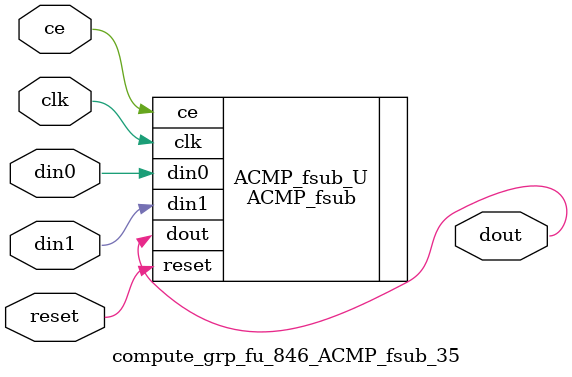
<source format=v>

`timescale 1 ns / 1 ps
module compute_grp_fu_846_ACMP_fsub_35(
    clk,
    reset,
    ce,
    din0,
    din1,
    dout);

parameter ID = 32'd1;
parameter NUM_STAGE = 32'd1;
parameter din0_WIDTH = 32'd1;
parameter din1_WIDTH = 32'd1;
parameter dout_WIDTH = 32'd1;
input clk;
input reset;
input ce;
input[din0_WIDTH - 1:0] din0;
input[din1_WIDTH - 1:0] din1;
output[dout_WIDTH - 1:0] dout;



ACMP_fsub #(
.ID( ID ),
.NUM_STAGE( 4 ),
.din0_WIDTH( din0_WIDTH ),
.din1_WIDTH( din1_WIDTH ),
.dout_WIDTH( dout_WIDTH ))
ACMP_fsub_U(
    .clk( clk ),
    .reset( reset ),
    .ce( ce ),
    .din0( din0 ),
    .din1( din1 ),
    .dout( dout ));

endmodule

</source>
